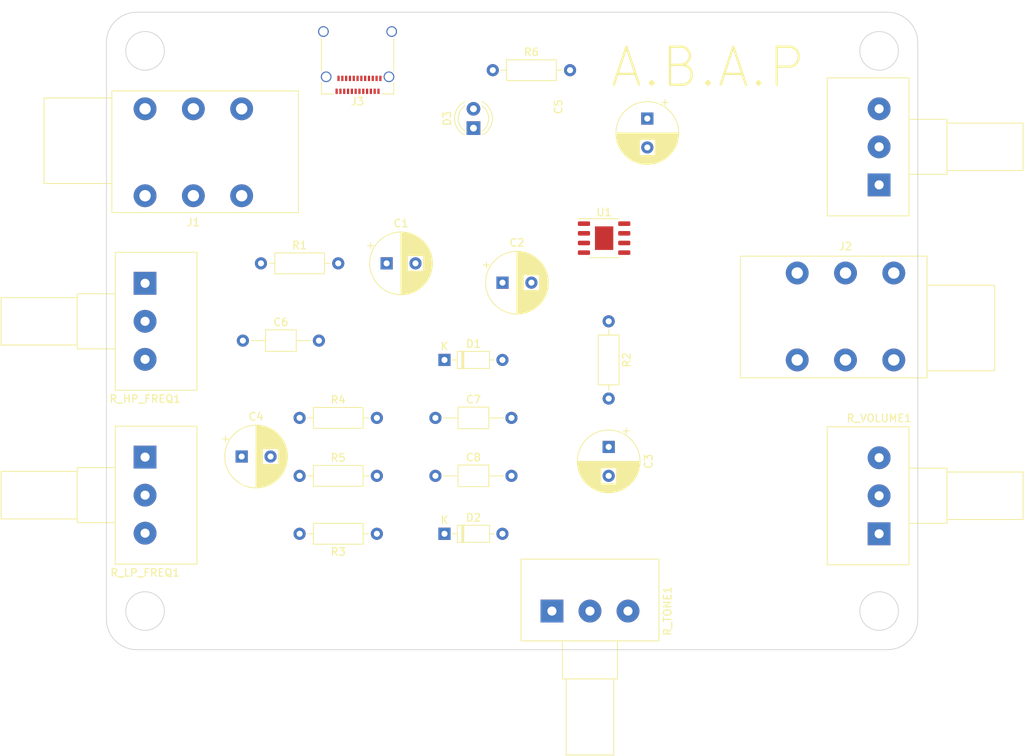
<source format=kicad_pcb>
(kicad_pcb (version 20221018) (generator pcbnew)
  (layers (0 "F.Cu" signal) (31 "B.Cu" signal) (34 "B.Paste" user) (35 "F.Paste" user) (36 "B.SilkS" user "B.Silkscreen") (37 "F.SilkS" user "F.Silkscreen") (38 "B.Mask" user) (39 "F.Mask" user) (44 "Edge.Cuts" user))
  (net 0 "")
  (net 1 "Net-(C1-Pad1)")
  (net 2 "Net-(U1A-+)")
  (net 3 "Net-(C2-Pad1)")
  (net 4 "Net-(D1-K)")
  (net 5 "Net-(C3-Pad1)")
  (net 6 "GND")
  (net 7 "Net-(C4-Pad1)")
  (net 8 "+9V")
  (net 9 "Net-(C6-Pad1)")
  (net 10 "Net-(C6-Pad2)")
  (net 11 "Net-(C7-Pad2)")
  (net 12 "Net-(C8-Pad2)")
  (net 13 "Net-(D1-A)")
  (net 14 "Net-(D3-K)")
  (net 15 "Net-(J1-PadS)")
  (net 17 "Net-(J2-PadS)")
  (net 19 "Net-(R_LP_FREQ1-Pad1)")
  (net 20 "Net-(R_TONE1-Pad1)")
  (net 21 "Net-(J3-GND-PadA1)")
  (net 22 "Net-(J3-VBUS-PadA4)")
  (footprint "Capacitor_THT:CP_Radial_D8.0mm_P3.80mm" (layer "F.Cu") (at 82.56 50.8)
    (fp_text reference "C2" (at 1.9 -5.25) (layer "F.SilkS"))
    (fp_text value "1uF")
    (pad "1" thru_hole rect (at 0 0) (size 1.6 1.6) (drill 0.8) (layers "*.Cu" "*.Mask") (net 3 "Net-(C2-Pad1)"))
    (pad "2" thru_hole circle (at 3.8 0) (size 1.6 1.6) (drill 0.8) (layers "*.Cu" "*.Mask") (net 4 "Net-(D1-K)"))
  )
  (footprint "Resistor_THT:R_Axial_DIN0207_L6.3mm_D2.5mm_P10.16mm_Horizontal" (layer "F.Cu") (at 66.04 83.82 180)
    (fp_text reference "R3" (at 5.08 -2.37) (layer "F.SilkS"))
    (fp_text value "10kΩ")
    (pad "1" thru_hole circle (at 0 0 180) (size 1.6 1.6) (drill 0.8) (layers "*.Cu" "*.Mask") (net 8 "+9V"))
    (pad "2" thru_hole oval (at 10.16 0 180) (size 1.6 1.6) (drill 0.8) (layers "*.Cu" "*.Mask") (net 7 "Net-(C4-Pad1)"))
  )
  (footprint "Diode_THT:D_DO-35_SOD27_P7.62mm_Horizontal" (layer "F.Cu") (at 74.93 60.96)
    (fp_text reference "D1" (at 3.81 -2.12) (layer "F.SilkS"))
    (fp_text value "1N4148")
    (fp_text user "K" (at 0 -1.8) (layer "F.SilkS"))
    (pad "1" thru_hole rect (at 0 0) (size 1.6 1.6) (drill 0.8) (layers "*.Cu" "*.Mask") (net 4 "Net-(D1-K)"))
    (pad "2" thru_hole oval (at 7.62 0) (size 1.6 1.6) (drill 0.8) (layers "*.Cu" "*.Mask") (net 13 "Net-(D1-A)"))
  )
  (footprint "Connector_Audio:Jack_6.35mm_Neutrik_NRJ6HF-1_Horizontal" (layer "F.Cu") (at 48.26 39.37 180)
    (fp_text reference "J1" (at 6.35 -3.5) (layer "F.SilkS"))
    (fp_text value "SIGNAL_IN")
    (pad "" np_thru_hole circle (at 3.15 2.13 180) (size 3 3) (drill 3) (layers "*.Cu" "*.Mask"))
    (pad "" np_thru_hole circle (at 9.5 0 180) (size 2 2) (drill 2) (layers "*.Cu" "*.Mask"))
    (pad "" np_thru_hole circle (at 9.5 11.43 180) (size 2 2) (drill 2) (layers "*.Cu" "*.Mask"))
    (pad "G" thru_hole circle (at 12.7 11.43 180) (size 3 3) (drill 1.5) (layers "*.Cu" "*.Mask") (net 6 "GND"))
    (pad "R" thru_hole circle (at 6.35 0 180) (size 3 3) (drill 1.5) (layers "*.Cu" "*.Mask"))
    (pad "RN" thru_hole circle (at 6.35 11.43 180) (size 3 3) (drill 1.5) (layers "*.Cu" "*.Mask"))
    (pad "S" thru_hole circle (at 12.7 0 180) (size 3 3) (drill 1.5) (layers "*.Cu" "*.Mask") (net 15 "Net-(J1-PadS)"))
    (pad "T" thru_hole circle (at 0 0 180) (size 3 3) (drill 1.5) (layers "*.Cu" "*.Mask"))
    (pad "TN" thru_hole circle (at 0 11.43 180) (size 3 3) (drill 1.5) (layers "*.Cu" "*.Mask"))
  )
  (footprint "Connector_Audio:Jack_6.35mm_Neutrik_NRJ6HF-1_Horizontal" (layer "F.Cu") (at 121.31 49.53)
    (fp_text reference "J2" (at 6.35 -3.5) (layer "F.SilkS"))
    (fp_text value "SIGNAL_OUT")
    (pad "" np_thru_hole circle (at 3.15 2.13) (size 3 3) (drill 3) (layers "*.Cu" "*.Mask"))
    (pad "" np_thru_hole circle (at 9.5 0) (size 2 2) (drill 2) (layers "*.Cu" "*.Mask"))
    (pad "" np_thru_hole circle (at 9.5 11.43) (size 2 2) (drill 2) (layers "*.Cu" "*.Mask"))
    (pad "G" thru_hole circle (at 12.7 11.43) (size 3 3) (drill 1.5) (layers "*.Cu" "*.Mask") (net 6 "GND"))
    (pad "R" thru_hole circle (at 6.35 0) (size 3 3) (drill 1.5) (layers "*.Cu" "*.Mask"))
    (pad "RN" thru_hole circle (at 6.35 11.43) (size 3 3) (drill 1.5) (layers "*.Cu" "*.Mask"))
    (pad "S" thru_hole circle (at 12.7 0) (size 3 3) (drill 1.5) (layers "*.Cu" "*.Mask") (net 17 "Net-(J2-PadS)"))
    (pad "T" thru_hole circle (at 0 0) (size 3 3) (drill 1.5) (layers "*.Cu" "*.Mask"))
    (pad "TN" thru_hole circle (at 0 11.43) (size 3 3) (drill 1.5) (layers "*.Cu" "*.Mask"))
  )
  (footprint "Package_SO:HSOP-8-1EP_3.9x4.9mm_P1.27mm_EP2.41x3.1mm" (layer "F.Cu") (at 95.92 44.945)
    (fp_text reference "U1" (at 0 -3.4) (layer "F.SilkS"))
    (fp_text value "TL082")
    (pad "1" smd roundrect (at -2.65 -1.905) (size 1.6 0.6) (layers "F.Cu" "F.Paste" "F.Mask") (net 4 "Net-(D1-K)"))
    (pad "2" smd roundrect (at -2.65 -0.635) (size 1.6 0.6) (layers "F.Cu" "F.Paste" "F.Mask") (net 13 "Net-(D1-A)"))
    (pad "3" smd roundrect (at -2.65 0.635) (size 1.6 0.6) (layers "F.Cu" "F.Paste" "F.Mask") (net 2 "Net-(U1A-+)"))
    (pad "4" smd roundrect (at -2.65 1.905) (size 1.6 0.6) (layers "F.Cu" "F.Paste" "F.Mask"))
    (pad "5" smd roundrect (at 2.65 1.905) (size 1.6 0.6) (layers "F.Cu" "F.Paste" "F.Mask"))
    (pad "6" smd roundrect (at 2.65 0.635) (size 1.6 0.6) (layers "F.Cu" "F.Paste" "F.Mask"))
    (pad "7" smd roundrect (at 2.65 -0.635) (size 1.6 0.6) (layers "F.Cu" "F.Paste" "F.Mask"))
    (pad "8" smd roundrect (at 2.65 -1.905) (size 1.6 0.6) (layers "F.Cu" "F.Paste" "F.Mask"))
    (pad "9" smd rect (at 0 0) (size 2.41 3.1) (layers "F.Cu" "F.Mask"))
  )
  (footprint "Potentiometer_THT:Potentiometer_Alps_RK163_Single_Horizontal" (layer "F.Cu") (at 35.56 50.88)
    (fp_text reference "R_HP_FREQ1" (at 0 15.2 180) (layer "F.SilkS"))
    (fp_text value "100kΩ")
    (pad "1" thru_hole rect (at 0 0 180) (size 3 3) (drill 1.2) (layers "*.Cu" "*.Mask") (net 10 "Net-(C6-Pad2)"))
    (pad "2" thru_hole circle (at 0 5 180) (size 3 3) (drill 1.2) (layers "*.Cu" "*.Mask") (net 17 "Net-(J2-PadS)"))
    (pad "3" thru_hole circle (at 0 10 180) (size 3 3) (drill 1.2) (layers "*.Cu" "*.Mask") (net 6 "GND"))
  )
  (footprint "Diode_THT:D_DO-35_SOD27_P7.62mm_Horizontal" (layer "F.Cu") (at 74.93 83.82)
    (fp_text reference "D2" (at 3.81 -2.12) (layer "F.SilkS"))
    (fp_text value "1N4148")
    (fp_text user "K" (at 0 -1.8) (layer "F.SilkS"))
    (pad "1" thru_hole rect (at 0 0) (size 1.6 1.6) (drill 0.8) (layers "*.Cu" "*.Mask") (net 13 "Net-(D1-A)"))
    (pad "2" thru_hole oval (at 7.62 0) (size 1.6 1.6) (drill 0.8) (layers "*.Cu" "*.Mask") (net 4 "Net-(D1-K)"))
  )
  (footprint "Capacitor_THT:C_Axial_L3.8mm_D2.6mm_P10.00mm_Horizontal" (layer "F.Cu") (at 73.74 68.58)
    (fp_text reference "C7" (at 5 -2.42) (layer "F.SilkS"))
    (fp_text value "47nF")
    (pad "1" thru_hole circle (at 0 0) (size 1.6 1.6) (drill 0.8) (layers "*.Cu" "*.Mask") (net 6 "GND"))
    (pad "2" thru_hole oval (at 10 0) (size 1.6 1.6) (drill 0.8) (layers "*.Cu" "*.Mask") (net 11 "Net-(C7-Pad2)"))
  )
  (footprint "Potentiometer_THT:Potentiometer_Alps_RK163_Single_Horizontal" (layer "F.Cu") (at 132.08 83.82 180)
    (fp_text reference "R_VOLUME1" (at 0 15.2) (layer "F.SilkS"))
    (fp_text value "100kΩ")
    (pad "1" thru_hole rect (at 0 0) (size 3 3) (drill 1.2) (layers "*.Cu" "*.Mask") (net 20 "Net-(R_TONE1-Pad1)"))
    (pad "2" thru_hole circle (at 0 5) (size 3 3) (drill 1.2) (layers "*.Cu" "*.Mask") (net 19 "Net-(R_LP_FREQ1-Pad1)"))
    (pad "3" thru_hole circle (at 0 10) (size 3 3) (drill 1.2) (layers "*.Cu" "*.Mask") (net 6 "GND"))
  )
  (footprint "Connector_USB:USB_C_Receptacle_Amphenol_12401610E4-2A_CircularHoles" (layer "F.Cu") (at 63.5 20.62 180)
    (fp_text reference "J3" (at 0 -6.36) (layer "F.SilkS"))
    (fp_text value "USB_C_Receptacle_USB2.0")
    (pad "" np_thru_hole circle (at -3.6 -4.36 180) (size 0.65 0.65) (drill 0.65) (layers "*.Cu" "*.Mask"))
    (pad "" np_thru_hole circle (at 3.6 -4.36 180) (size 0.95 0.95) (drill 0.95) (layers "*.Cu" "*.Mask"))
    (pad "A1" smd rect (at -2.75 -5.02 180) (size 0.3 0.7) (layers "F.Cu" "F.Paste" "F.Mask") (net 21 "Net-(J3-GND-PadA1)"))
    (pad "A2" smd rect (at -2.25 -5.02 180) (size 0.3 0.7) (layers "F.Cu" "F.Paste" "F.Mask"))
    (pad "A3" smd rect (at -1.75 -5.02 180) (size 0.3 0.7) (layers "F.Cu" "F.Paste" "F.Mask"))
    (pad "A4" smd rect (at -1.25 -5.02 180) (size 0.3 0.7) (layers "F.Cu" "F.Paste" "F.Mask") (net 22 "Net-(J3-VBUS-PadA4)"))
    (pad "A5" smd rect (at -0.75 -5.02 180) (size 0.3 0.7) (layers "F.Cu" "F.Paste" "F.Mask"))
    (pad "A6" smd rect (at -0.25 -5.02 180) (size 0.3 0.7) (layers "F.Cu" "F.Paste" "F.Mask"))
    (pad "A7" smd rect (at 0.25 -5.02 180) (size 0.3 0.7) (layers "F.Cu" "F.Paste" "F.Mask"))
    (pad "A8" smd rect (at 0.75 -5.02 180) (size 0.3 0.7) (layers "F.Cu" "F.Paste" "F.Mask"))
    (pad "A9" smd rect (at 1.25 -5.02 180) (size 0.3 0.7) (layers "F.Cu" "F.Paste" "F.Mask") (net 22 "Net-(J3-VBUS-PadA4)"))
    (pad "A10" smd rect (at 1.75 -5.02 180) (size 0.3 0.7) (layers "F.Cu" "F.Paste" "F.Mask"))
    (pad "A11" smd rect (at 2.25 -5.02 180) (size 0.3 0.7) (layers "F.Cu" "F.Paste" "F.Mask"))
    (pad "A12" smd rect (at 2.75 -5.02 180) (size 0.3 0.7) (layers "F.Cu" "F.Paste" "F.Mask") (net 21 "Net-(J3-GND-PadA1)"))
    (pad "B1" smd rect (at 2.5 -3.32 180) (size 0.3 0.7) (layers "F.Cu" "F.Paste" "F.Mask") (net 21 "Net-(J3-GND-PadA1)"))
    (pad "B2" smd rect (at 2 -3.32 180) (size 0.3 0.7) (layers "F.Cu" "F.Paste" "F.Mask"))
    (pad "B3" smd rect (at 1.5 -3.32 180) (size 0.3 0.7) (layers "F.Cu" "F.Paste" "F.Mask"))
    (pad "B4" smd rect (at 1 -3.32 180) (size 0.3 0.7) (layers "F.Cu" "F.Paste" "F.Mask") (net 22 "Net-(J3-VBUS-PadA4)"))
    (pad "B5" smd rect (at 0.5 -3.32 180) (size 0.3 0.7) (layers "F.Cu" "F.Paste" "F.Mask"))
    (pad "B6" smd rect (at 0 -3.32 180) (size 0.3 0.7) (layers "F.Cu" "F.Paste" "F.Mask"))
    (pad "B7" smd rect (at -0.5 -3.32 180) (size 0.3 0.7) (layers "F.Cu" "F.Paste" "F.Mask"))
    (pad "B8" smd rect (at -1 -3.32 180) (size 0.3 0.7) (layers "F.Cu" "F.Paste" "F.Mask"))
    (pad "B9" smd rect (at -1.5 -3.32 180) (size 0.3 0.7) (layers "F.Cu" "F.Paste" "F.Mask") (net 22 "Net-(J3-VBUS-PadA4)"))
    (pad "B10" smd rect (at -2 -3.32 180) (size 0.3 0.7) (layers "F.Cu" "F.Paste" "F.Mask"))
    (pad "B11" smd rect (at -2.5 -3.32 180) (size 0.3 0.7) (layers "F.Cu" "F.Paste" "F.Mask"))
    (pad "B12" smd rect (at -3 -3.32 180) (size 0.3 0.7) (layers "F.Cu" "F.Paste" "F.Mask") (net 21 "Net-(J3-GND-PadA1)"))
    (pad "S1" thru_hole circle (at -4.49 2.84 180) (size 1.4 1.4) (drill 1.1) (layers "*.Cu" "*.Mask"))
    (pad "S1" thru_hole circle (at -4.13 -3.11 180) (size 1.4 1.4) (drill 1.1) (layers "*.Cu" "*.Mask"))
    (pad "S1" thru_hole circle (at 4.13 -3.11 180) (size 1.4 1.4) (drill 1.1) (layers "*.Cu" "*.Mask"))
    (pad "S1" thru_hole circle (at 4.49 2.84 180) (size 1.4 1.4) (drill 1.1) (layers "*.Cu" "*.Mask"))
  )
  (footprint "Capacitor_THT:C_Axial_L3.8mm_D2.6mm_P10.00mm_Horizontal" (layer "F.Cu") (at 48.42 58.42)
    (fp_text reference "C6" (at 5 -2.42) (layer "F.SilkS"))
    (fp_text value "47nF")
    (pad "1" thru_hole circle (at 0 0) (size 1.6 1.6) (drill 0.8) (layers "*.Cu" "*.Mask") (net 9 "Net-(C6-Pad1)"))
    (pad "2" thru_hole oval (at 10 0) (size 1.6 1.6) (drill 0.8) (layers "*.Cu" "*.Mask") (net 10 "Net-(C6-Pad2)"))
  )
  (footprint "Capacitor_THT:C_Axial_L3.8mm_D2.6mm_P10.00mm_Horizontal" (layer "F.Cu") (at 73.74 76.2)
    (fp_text reference "C8" (at 5 -2.42) (layer "F.SilkS"))
    (fp_text value "22nF")
    (pad "1" thru_hole circle (at 0 0) (size 1.6 1.6) (drill 0.8) (layers "*.Cu" "*.Mask") (net 6 "GND"))
    (pad "2" thru_hole oval (at 10 0) (size 1.6 1.6) (drill 0.8) (layers "*.Cu" "*.Mask") (net 12 "Net-(C8-Pad2)"))
  )
  (footprint "Potentiometer_THT:Potentiometer_Alps_RK163_Single_Horizontal" (layer "F.Cu") (at 132.08 37.94 180)
    (fp_text reference "R_GAIN1" hide)
    (fp_text value "500kΩ")
    (pad "1" thru_hole rect (at 0 0) (size 3 3) (drill 1.2) (layers "*.Cu" "*.Mask") (net 13 "Net-(D1-A)"))
    (pad "2" thru_hole circle (at 0 5) (size 3 3) (drill 1.2) (layers "*.Cu" "*.Mask") (net 4 "Net-(D1-K)"))
    (pad "3" thru_hole circle (at 0 10) (size 3 3) (drill 1.2) (layers "*.Cu" "*.Mask") (net 4 "Net-(D1-K)"))
  )
  (footprint "Capacitor_THT:CP_Radial_D8.0mm_P3.80mm" (layer "F.Cu") (at 48.26 73.66)
    (fp_text reference "C4" (at 1.9 -5.25) (layer "F.SilkS"))
    (fp_text value "47uF")
    (pad "1" thru_hole rect (at 0 0) (size 1.6 1.6) (drill 0.8) (layers "*.Cu" "*.Mask") (net 7 "Net-(C4-Pad1)"))
    (pad "2" thru_hole circle (at 3.8 0) (size 1.6 1.6) (drill 0.8) (layers "*.Cu" "*.Mask") (net 6 "GND"))
  )
  (footprint "Capacitor_THT:CP_Radial_D8.0mm_P3.80mm" (layer "F.Cu") (at 96.52 72.4 -90)
    (fp_text reference "C3" (at 1.9 -5.25 90) (layer "F.SilkS"))
    (fp_text value "220nF")
    (pad "1" thru_hole rect (at 0 0 270) (size 1.6 1.6) (drill 0.8) (layers "*.Cu" "*.Mask") (net 5 "Net-(C3-Pad1)"))
    (pad "2" thru_hole circle (at 3.8 0 270) (size 1.6 1.6) (drill 0.8) (layers "*.Cu" "*.Mask") (net 6 "GND"))
  )
  (footprint "Capacitor_THT:CP_Radial_D8.0mm_P3.80mm" (layer "F.Cu") (at 101.6 29.22 -90)
    (fp_text reference "C5" (at -1.55 11.685 90) (layer "F.SilkS"))
    (fp_text value "47uF")
    (pad "1" thru_hole rect (at 0 0 270) (size 1.6 1.6) (drill 0.8) (layers "*.Cu" "*.Mask") (net 8 "+9V"))
    (pad "2" thru_hole circle (at 3.8 0 270) (size 1.6 1.6) (drill 0.8) (layers "*.Cu" "*.Mask") (net 6 "GND"))
  )
  (footprint "Resistor_THT:R_Axial_DIN0207_L6.3mm_D2.5mm_P10.16mm_Horizontal" (layer "F.Cu") (at 50.8 48.26)
    (fp_text reference "R1" (at 5.08 -2.37) (layer "F.SilkS"))
    (fp_text value "10kΩ")
    (pad "1" thru_hole circle (at 0 0) (size 1.6 1.6) (drill 0.8) (layers "*.Cu" "*.Mask") (net 15 "Net-(J1-PadS)"))
    (pad "2" thru_hole oval (at 10.16 0) (size 1.6 1.6) (drill 0.8) (layers "*.Cu" "*.Mask") (net 1 "Net-(C1-Pad1)"))
  )
  (footprint "Potentiometer_THT:Potentiometer_Alps_RK163_Single_Horizontal" (layer "F.Cu") (at 35.56 73.74)
    (fp_text reference "R_LP_FREQ1" (at 0 15.2 180) (layer "F.SilkS"))
    (fp_text value "100kΩ")
    (pad "1" thru_hole rect (at 0 0 180) (size 3 3) (drill 1.2) (layers "*.Cu" "*.Mask") (net 19 "Net-(R_LP_FREQ1-Pad1)"))
    (pad "2" thru_hole circle (at 0 5 180) (size 3 3) (drill 1.2) (layers "*.Cu" "*.Mask") (net 9 "Net-(C6-Pad1)"))
    (pad "3" thru_hole circle (at 0 10 180) (size 3 3) (drill 1.2) (layers "*.Cu" "*.Mask") (net 11 "Net-(C7-Pad2)"))
  )
  (footprint "Resistor_THT:R_Axial_DIN0207_L6.3mm_D2.5mm_P10.16mm_Horizontal" (layer "F.Cu") (at 55.88 76.2)
    (fp_text reference "R5" (at 5.08 -2.37) (layer "F.SilkS"))
    (fp_text value "1MΩ")
    (pad "1" thru_hole circle (at 0 0) (size 1.6 1.6) (drill 0.8) (layers "*.Cu" "*.Mask") (net 7 "Net-(C4-Pad1)"))
    (pad "2" thru_hole oval (at 10.16 0) (size 1.6 1.6) (drill 0.8) (layers "*.Cu" "*.Mask") (net 2 "Net-(U1A-+)"))
  )
  (footprint "Capacitor_THT:CP_Radial_D8.0mm_P3.80mm" (layer "F.Cu") (at 67.32 48.26)
    (fp_text reference "C1" (at 1.9 -5.25) (layer "F.SilkS"))
    (fp_text value "470nF")
    (pad "1" thru_hole rect (at 0 0) (size 1.6 1.6) (drill 0.8) (layers "*.Cu" "*.Mask") (net 1 "Net-(C1-Pad1)"))
    (pad "2" thru_hole circle (at 3.8 0) (size 1.6 1.6) (drill 0.8) (layers "*.Cu" "*.Mask") (net 2 "Net-(U1A-+)"))
  )
  (footprint "Resistor_THT:R_Axial_DIN0207_L6.3mm_D2.5mm_P10.16mm_Horizontal" (layer "F.Cu") (at 55.88 68.58)
    (fp_text reference "R4" (at 5.08 -2.37) (layer "F.SilkS"))
    (fp_text value "10kΩ")
    (pad "1" thru_hole circle (at 0 0) (size 1.6 1.6) (drill 0.8) (layers "*.Cu" "*.Mask") (net 7 "Net-(C4-Pad1)"))
    (pad "2" thru_hole oval (at 10.16 0) (size 1.6 1.6) (drill 0.8) (layers "*.Cu" "*.Mask") (net 6 "GND"))
  )
  (footprint "Potentiometer_THT:Potentiometer_Alps_RK163_Single_Horizontal" (layer "F.Cu") (at 89.06 93.98 90)
    (fp_text reference "R_TONE1" (at 0 15.2 90) (layer "F.SilkS"))
    (fp_text value "10kΩ")
    (pad "1" thru_hole rect (at 0 0 270) (size 3 3) (drill 1.2) (layers "*.Cu" "*.Mask") (net 20 "Net-(R_TONE1-Pad1)"))
    (pad "2" thru_hole circle (at 0 5 270) (size 3 3) (drill 1.2) (layers "*.Cu" "*.Mask") (net 12 "Net-(C8-Pad2)"))
    (pad "3" thru_hole circle (at 0 10 270) (size 3 3) (drill 1.2) (layers "*.Cu" "*.Mask") (net 3 "Net-(C2-Pad1)"))
  )
  (footprint "Resistor_THT:R_Axial_DIN0207_L6.3mm_D2.5mm_P10.16mm_Horizontal" (layer "F.Cu") (at 81.28 22.86)
    (fp_text reference "R6" (at 5.08 -2.37) (layer "F.SilkS"))
    (fp_text value "10kΩ")
    (pad "1" thru_hole circle (at 0 0) (size 1.6 1.6) (drill 0.8) (layers "*.Cu" "*.Mask") (net 14 "Net-(D3-K)"))
    (pad "2" thru_hole oval (at 10.16 0) (size 1.6 1.6) (drill 0.8) (layers "*.Cu" "*.Mask") (net 6 "GND"))
  )
  (footprint "LED_THT:LED_D4.0mm" (layer "F.Cu") (at 78.74 30.48 90)
    (fp_text reference "D3" (at 1.27 -3.46 90) (layer "F.SilkS"))
    (fp_text value "LED")
    (pad "1" thru_hole rect (at 0 0 90) (size 1.8 1.8) (drill 0.9) (layers "*.Cu" "*.Mask") (net 14 "Net-(D3-K)"))
    (pad "2" thru_hole circle (at 2.54 0 90) (size 1.8 1.8) (drill 0.9) (layers "*.Cu" "*.Mask") (net 8 "+9V"))
  )
  (footprint "Resistor_THT:R_Axial_DIN0207_L6.3mm_D2.5mm_P10.16mm_Horizontal" (layer "F.Cu") (at 96.52 55.88 -90)
    (fp_text reference "R2" (at 5.08 -2.37 90) (layer "F.SilkS"))
    (fp_text value "1kΩ")
    (pad "1" thru_hole circle (at 0 0 270) (size 1.6 1.6) (drill 0.8) (layers "*.Cu" "*.Mask") (net 13 "Net-(D1-A)"))
    (pad "2" thru_hole oval (at 10.16 0 270) (size 1.6 1.6) (drill 0.8) (layers "*.Cu" "*.Mask") (net 5 "Net-(C3-Pad1)"))
  )
  (gr_line (start 34.48 15.24) (end 133.16 15.24) (stroke (width 0.1)) (layer "Edge.Cuts"))
  (gr_arc (start 133.16 15.24) (mid 135.988427 16.411573) (end 137.16 19.24) (stroke (width 0.1)) (layer "Edge.Cuts"))
  (gr_circle (center 132.08 20.32) (end 132.08 22.86) (stroke (width 0.1)) (fill none) (layer "Edge.Cuts"))
  (gr_arc (start 137.16 95.06) (mid 135.988427 97.888427) (end 133.16 99.06) (stroke (width 0.1)) (layer "Edge.Cuts"))
  (gr_line (start 137.16 19.24) (end 137.16 95.06) (stroke (width 0.1)) (layer "Edge.Cuts"))
  (gr_line (start 30.48 95.06) (end 30.48 19.24) (stroke (width 0.1)) (layer "Edge.Cuts"))
  (gr_line (start 133.16 99.06) (end 34.48 99.06) (stroke (width 0.1)) (layer "Edge.Cuts"))
  (gr_circle (center 35.56 20.32) (end 35.56 22.86) (stroke (width 0.1)) (fill none) (layer "Edge.Cuts"))
  (gr_arc (start 30.48 19.24) (mid 31.651573 16.411573) (end 34.48 15.24) (stroke (width 0.1)) (layer "Edge.Cuts"))
  (gr_arc (start 34.48 99.06) (mid 31.651573 97.888427) (end 30.48 95.06) (stroke (width 0.1)) (layer "Edge.Cuts"))
  (gr_circle (center 132.08 93.98) (end 132.08 96.52) (stroke (width 0.1)) (fill none) (layer "Edge.Cuts"))
  (gr_circle (center 35.56 93.98) (end 38.1 93.98) (stroke (width 0.1)) (fill none) (layer "Edge.Cuts"))
  (gr_text "A.B.A.P" (at 96.52 25.4) (layer "F.SilkS") (effects (font (size 5 5) (thickness 0.3) bold) (justify left bottom)))
)
</source>
